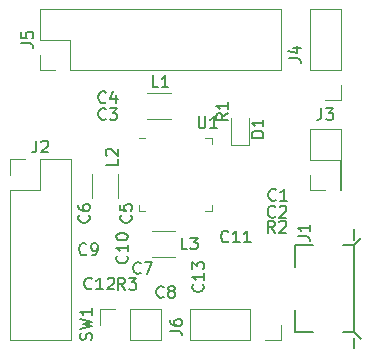
<source format=gbr>
G04 #@! TF.GenerationSoftware,KiCad,Pcbnew,5.1.4+dfsg1-1*
G04 #@! TF.CreationDate,2019-09-03T18:12:52+09:00*
G04 #@! TF.ProjectId,axp192breakout,61787031-3932-4627-9265-616b6f75742e,rev?*
G04 #@! TF.SameCoordinates,Original*
G04 #@! TF.FileFunction,Legend,Top*
G04 #@! TF.FilePolarity,Positive*
%FSLAX46Y46*%
G04 Gerber Fmt 4.6, Leading zero omitted, Abs format (unit mm)*
G04 Created by KiCad (PCBNEW 5.1.4+dfsg1-1) date 2019-09-03 18:12:52*
%MOMM*%
%LPD*%
G04 APERTURE LIST*
%ADD10C,0.120000*%
%ADD11C,0.150000*%
G04 APERTURE END LIST*
D10*
X102930000Y-124460000D02*
X102930000Y-125790000D01*
X102930000Y-125790000D02*
X101600000Y-125790000D01*
X100330000Y-125790000D02*
X95190000Y-125790000D01*
X95190000Y-123130000D02*
X95190000Y-125790000D01*
X100330000Y-123130000D02*
X95190000Y-123130000D01*
X100330000Y-123130000D02*
X100330000Y-125790000D01*
X87570000Y-124460000D02*
X87570000Y-123130000D01*
X87570000Y-123130000D02*
X88900000Y-123130000D01*
X90170000Y-123130000D02*
X92770000Y-123130000D01*
X92770000Y-125790000D02*
X92770000Y-123130000D01*
X90170000Y-125790000D02*
X92770000Y-125790000D01*
X90170000Y-125790000D02*
X90170000Y-123130000D01*
D11*
X109084000Y-125562000D02*
X109084000Y-126412000D01*
X109084000Y-117262000D02*
X109084000Y-116412000D01*
X109084000Y-125112000D02*
X108184000Y-125112000D01*
X109084000Y-117712000D02*
X108184000Y-117712000D01*
X104084000Y-125112000D02*
X105634000Y-125112000D01*
X104084000Y-117712000D02*
X105634000Y-117712000D01*
X104084000Y-119612000D02*
X104084000Y-117712000D01*
X109084000Y-125112000D02*
X109734000Y-125712000D01*
X109084000Y-117712000D02*
X109734000Y-117112000D01*
X104084000Y-123212000D02*
X104084000Y-125112000D01*
X109084000Y-125112000D02*
X109084000Y-117712000D01*
D10*
X91976700Y-118752800D02*
X93976700Y-118752800D01*
X91976700Y-116552800D02*
X93976700Y-116552800D01*
X86911000Y-111750600D02*
X86911000Y-113750600D01*
X89111000Y-111750600D02*
X89111000Y-113750600D01*
X93583000Y-104833240D02*
X91583000Y-104833240D01*
X93583000Y-107033240D02*
X91583000Y-107033240D01*
X79950000Y-110430000D02*
X81280000Y-110430000D01*
X79950000Y-111760000D02*
X79950000Y-110430000D01*
X82550000Y-110430000D02*
X85150000Y-110430000D01*
X82550000Y-113030000D02*
X82550000Y-110430000D01*
X79950000Y-113030000D02*
X82550000Y-113030000D01*
X85150000Y-110430000D02*
X85150000Y-125790000D01*
X79950000Y-113030000D02*
X79950000Y-125790000D01*
X79950000Y-125790000D02*
X85150000Y-125790000D01*
X91420000Y-108650000D02*
X90870000Y-108650000D01*
X97090000Y-114870000D02*
X97090000Y-114320000D01*
X96540000Y-114870000D02*
X97090000Y-114870000D01*
X90870000Y-114870000D02*
X90870000Y-114320000D01*
X91420000Y-114870000D02*
X90870000Y-114870000D01*
X97090000Y-108650000D02*
X97090000Y-109200000D01*
X96540000Y-108650000D02*
X97090000Y-108650000D01*
X82490000Y-102930000D02*
X82490000Y-101600000D01*
X83820000Y-102930000D02*
X82490000Y-102930000D01*
X82490000Y-100330000D02*
X82490000Y-97730000D01*
X85090000Y-100330000D02*
X82490000Y-100330000D01*
X85090000Y-102930000D02*
X85090000Y-100330000D01*
X82490000Y-97730000D02*
X102930000Y-97730000D01*
X85090000Y-102930000D02*
X102930000Y-102930000D01*
X102930000Y-102930000D02*
X102930000Y-97730000D01*
X108010000Y-105470000D02*
X106680000Y-105470000D01*
X108010000Y-104140000D02*
X108010000Y-105470000D01*
X108010000Y-102870000D02*
X105350000Y-102870000D01*
X105350000Y-102870000D02*
X105350000Y-97730000D01*
X108010000Y-102870000D02*
X108010000Y-97730000D01*
X108010000Y-97730000D02*
X105350000Y-97730000D01*
X105350000Y-113090000D02*
X105350000Y-111760000D01*
X106680000Y-113090000D02*
X105350000Y-113090000D01*
X105350000Y-110490000D02*
X105350000Y-107890000D01*
X107950000Y-110490000D02*
X105350000Y-110490000D01*
X107950000Y-113090000D02*
X107950000Y-110490000D01*
X105350000Y-107890000D02*
X108010000Y-107890000D01*
X107950000Y-113090000D02*
X108010000Y-113090000D01*
X108010000Y-113090000D02*
X108010000Y-107890000D01*
X100196320Y-109277520D02*
X100196320Y-106992520D01*
X98726320Y-109277520D02*
X100196320Y-109277520D01*
X98726320Y-106992520D02*
X98726320Y-109277520D01*
D11*
X93533980Y-124996533D02*
X94248266Y-124996533D01*
X94391123Y-125044152D01*
X94486361Y-125139390D01*
X94533980Y-125282247D01*
X94533980Y-125377485D01*
X93533980Y-124091771D02*
X93533980Y-124282247D01*
X93581600Y-124377485D01*
X93629219Y-124425104D01*
X93772076Y-124520342D01*
X93962552Y-124567961D01*
X94343504Y-124567961D01*
X94438742Y-124520342D01*
X94486361Y-124472723D01*
X94533980Y-124377485D01*
X94533980Y-124187009D01*
X94486361Y-124091771D01*
X94438742Y-124044152D01*
X94343504Y-123996533D01*
X94105409Y-123996533D01*
X94010171Y-124044152D01*
X93962552Y-124091771D01*
X93914933Y-124187009D01*
X93914933Y-124377485D01*
X93962552Y-124472723D01*
X94010171Y-124520342D01*
X94105409Y-124567961D01*
X96318342Y-121064257D02*
X96365961Y-121111876D01*
X96413580Y-121254733D01*
X96413580Y-121349971D01*
X96365961Y-121492828D01*
X96270723Y-121588066D01*
X96175485Y-121635685D01*
X95985009Y-121683304D01*
X95842152Y-121683304D01*
X95651676Y-121635685D01*
X95556438Y-121588066D01*
X95461200Y-121492828D01*
X95413580Y-121349971D01*
X95413580Y-121254733D01*
X95461200Y-121111876D01*
X95508819Y-121064257D01*
X96413580Y-120111876D02*
X96413580Y-120683304D01*
X96413580Y-120397590D02*
X95413580Y-120397590D01*
X95556438Y-120492828D01*
X95651676Y-120588066D01*
X95699295Y-120683304D01*
X95413580Y-119778542D02*
X95413580Y-119159495D01*
X95794533Y-119492828D01*
X95794533Y-119349971D01*
X95842152Y-119254733D01*
X95889771Y-119207114D01*
X95985009Y-119159495D01*
X96223104Y-119159495D01*
X96318342Y-119207114D01*
X96365961Y-119254733D01*
X96413580Y-119349971D01*
X96413580Y-119635685D01*
X96365961Y-119730923D01*
X96318342Y-119778542D01*
X86866361Y-125767933D02*
X86913980Y-125625076D01*
X86913980Y-125386980D01*
X86866361Y-125291742D01*
X86818742Y-125244123D01*
X86723504Y-125196504D01*
X86628266Y-125196504D01*
X86533028Y-125244123D01*
X86485409Y-125291742D01*
X86437790Y-125386980D01*
X86390171Y-125577457D01*
X86342552Y-125672695D01*
X86294933Y-125720314D01*
X86199695Y-125767933D01*
X86104457Y-125767933D01*
X86009219Y-125720314D01*
X85961600Y-125672695D01*
X85913980Y-125577457D01*
X85913980Y-125339361D01*
X85961600Y-125196504D01*
X85913980Y-124863171D02*
X86913980Y-124625076D01*
X86199695Y-124434600D01*
X86913980Y-124244123D01*
X85913980Y-124006028D01*
X86913980Y-123101266D02*
X86913980Y-123672695D01*
X86913980Y-123386980D02*
X85913980Y-123386980D01*
X86056838Y-123482219D01*
X86152076Y-123577457D01*
X86199695Y-123672695D01*
X89723933Y-121508780D02*
X89390600Y-121032590D01*
X89152504Y-121508780D02*
X89152504Y-120508780D01*
X89533457Y-120508780D01*
X89628695Y-120556400D01*
X89676314Y-120604019D01*
X89723933Y-120699257D01*
X89723933Y-120842114D01*
X89676314Y-120937352D01*
X89628695Y-120984971D01*
X89533457Y-121032590D01*
X89152504Y-121032590D01*
X90057266Y-120508780D02*
X90676314Y-120508780D01*
X90342980Y-120889733D01*
X90485838Y-120889733D01*
X90581076Y-120937352D01*
X90628695Y-120984971D01*
X90676314Y-121080209D01*
X90676314Y-121318304D01*
X90628695Y-121413542D01*
X90581076Y-121461161D01*
X90485838Y-121508780D01*
X90200123Y-121508780D01*
X90104885Y-121461161D01*
X90057266Y-121413542D01*
X86910942Y-121388142D02*
X86863323Y-121435761D01*
X86720466Y-121483380D01*
X86625228Y-121483380D01*
X86482371Y-121435761D01*
X86387133Y-121340523D01*
X86339514Y-121245285D01*
X86291895Y-121054809D01*
X86291895Y-120911952D01*
X86339514Y-120721476D01*
X86387133Y-120626238D01*
X86482371Y-120531000D01*
X86625228Y-120483380D01*
X86720466Y-120483380D01*
X86863323Y-120531000D01*
X86910942Y-120578619D01*
X87863323Y-121483380D02*
X87291895Y-121483380D01*
X87577609Y-121483380D02*
X87577609Y-120483380D01*
X87482371Y-120626238D01*
X87387133Y-120721476D01*
X87291895Y-120769095D01*
X88244276Y-120578619D02*
X88291895Y-120531000D01*
X88387133Y-120483380D01*
X88625228Y-120483380D01*
X88720466Y-120531000D01*
X88768085Y-120578619D01*
X88815704Y-120673857D01*
X88815704Y-120769095D01*
X88768085Y-120911952D01*
X88196657Y-121483380D01*
X88815704Y-121483380D01*
X98475562Y-117415582D02*
X98427943Y-117463201D01*
X98285086Y-117510820D01*
X98189848Y-117510820D01*
X98046991Y-117463201D01*
X97951753Y-117367963D01*
X97904134Y-117272725D01*
X97856515Y-117082249D01*
X97856515Y-116939392D01*
X97904134Y-116748916D01*
X97951753Y-116653678D01*
X98046991Y-116558440D01*
X98189848Y-116510820D01*
X98285086Y-116510820D01*
X98427943Y-116558440D01*
X98475562Y-116606059D01*
X99427943Y-117510820D02*
X98856515Y-117510820D01*
X99142229Y-117510820D02*
X99142229Y-116510820D01*
X99046991Y-116653678D01*
X98951753Y-116748916D01*
X98856515Y-116796535D01*
X100380324Y-117510820D02*
X99808896Y-117510820D01*
X100094610Y-117510820D02*
X100094610Y-116510820D01*
X99999372Y-116653678D01*
X99904134Y-116748916D01*
X99808896Y-116796535D01*
X89878502Y-118643637D02*
X89926121Y-118691256D01*
X89973740Y-118834113D01*
X89973740Y-118929351D01*
X89926121Y-119072208D01*
X89830883Y-119167446D01*
X89735645Y-119215065D01*
X89545169Y-119262684D01*
X89402312Y-119262684D01*
X89211836Y-119215065D01*
X89116598Y-119167446D01*
X89021360Y-119072208D01*
X88973740Y-118929351D01*
X88973740Y-118834113D01*
X89021360Y-118691256D01*
X89068979Y-118643637D01*
X89973740Y-117691256D02*
X89973740Y-118262684D01*
X89973740Y-117976970D02*
X88973740Y-117976970D01*
X89116598Y-118072208D01*
X89211836Y-118167446D01*
X89259455Y-118262684D01*
X88973740Y-117072208D02*
X88973740Y-116976970D01*
X89021360Y-116881732D01*
X89068979Y-116834113D01*
X89164217Y-116786494D01*
X89354693Y-116738875D01*
X89592788Y-116738875D01*
X89783264Y-116786494D01*
X89878502Y-116834113D01*
X89926121Y-116881732D01*
X89973740Y-116976970D01*
X89973740Y-117072208D01*
X89926121Y-117167446D01*
X89878502Y-117215065D01*
X89783264Y-117262684D01*
X89592788Y-117310303D01*
X89354693Y-117310303D01*
X89164217Y-117262684D01*
X89068979Y-117215065D01*
X89021360Y-117167446D01*
X88973740Y-117072208D01*
X86460033Y-118482382D02*
X86412414Y-118530001D01*
X86269557Y-118577620D01*
X86174319Y-118577620D01*
X86031461Y-118530001D01*
X85936223Y-118434763D01*
X85888604Y-118339525D01*
X85840985Y-118149049D01*
X85840985Y-118006192D01*
X85888604Y-117815716D01*
X85936223Y-117720478D01*
X86031461Y-117625240D01*
X86174319Y-117577620D01*
X86269557Y-117577620D01*
X86412414Y-117625240D01*
X86460033Y-117672859D01*
X86936223Y-118577620D02*
X87126700Y-118577620D01*
X87221938Y-118530001D01*
X87269557Y-118482382D01*
X87364795Y-118339525D01*
X87412414Y-118149049D01*
X87412414Y-117768097D01*
X87364795Y-117672859D01*
X87317176Y-117625240D01*
X87221938Y-117577620D01*
X87031461Y-117577620D01*
X86936223Y-117625240D01*
X86888604Y-117672859D01*
X86840985Y-117768097D01*
X86840985Y-118006192D01*
X86888604Y-118101430D01*
X86936223Y-118149049D01*
X87031461Y-118196668D01*
X87221938Y-118196668D01*
X87317176Y-118149049D01*
X87364795Y-118101430D01*
X87412414Y-118006192D01*
X104354380Y-116995533D02*
X105068666Y-116995533D01*
X105211523Y-117043152D01*
X105306761Y-117138390D01*
X105354380Y-117281247D01*
X105354380Y-117376485D01*
X105354380Y-115995533D02*
X105354380Y-116566961D01*
X105354380Y-116281247D02*
X104354380Y-116281247D01*
X104497238Y-116376485D01*
X104592476Y-116471723D01*
X104640095Y-116566961D01*
X95014753Y-118102640D02*
X94538562Y-118102640D01*
X94538562Y-117102640D01*
X95252848Y-117102640D02*
X95871896Y-117102640D01*
X95538562Y-117483593D01*
X95681420Y-117483593D01*
X95776658Y-117531212D01*
X95824277Y-117578831D01*
X95871896Y-117674069D01*
X95871896Y-117912164D01*
X95824277Y-118007402D01*
X95776658Y-118055021D01*
X95681420Y-118102640D01*
X95395705Y-118102640D01*
X95300467Y-118055021D01*
X95252848Y-118007402D01*
X89098380Y-110440766D02*
X89098380Y-110916957D01*
X88098380Y-110916957D01*
X88193619Y-110155052D02*
X88146000Y-110107433D01*
X88098380Y-110012195D01*
X88098380Y-109774100D01*
X88146000Y-109678861D01*
X88193619Y-109631242D01*
X88288857Y-109583623D01*
X88384095Y-109583623D01*
X88526952Y-109631242D01*
X89098380Y-110202671D01*
X89098380Y-109583623D01*
X92543333Y-104353620D02*
X92067142Y-104353620D01*
X92067142Y-103353620D01*
X93400476Y-104353620D02*
X92829047Y-104353620D01*
X93114761Y-104353620D02*
X93114761Y-103353620D01*
X93019523Y-103496478D01*
X92924285Y-103591716D01*
X92829047Y-103639335D01*
X82216666Y-108882380D02*
X82216666Y-109596666D01*
X82169047Y-109739523D01*
X82073809Y-109834761D01*
X81930952Y-109882380D01*
X81835714Y-109882380D01*
X82645238Y-108977619D02*
X82692857Y-108930000D01*
X82788095Y-108882380D01*
X83026190Y-108882380D01*
X83121428Y-108930000D01*
X83169047Y-108977619D01*
X83216666Y-109072857D01*
X83216666Y-109168095D01*
X83169047Y-109310952D01*
X82597619Y-109882380D01*
X83216666Y-109882380D01*
X95948595Y-106830880D02*
X95948595Y-107640404D01*
X95996214Y-107735642D01*
X96043833Y-107783261D01*
X96139071Y-107830880D01*
X96329547Y-107830880D01*
X96424785Y-107783261D01*
X96472404Y-107735642D01*
X96520023Y-107640404D01*
X96520023Y-106830880D01*
X97520023Y-107830880D02*
X96948595Y-107830880D01*
X97234309Y-107830880D02*
X97234309Y-106830880D01*
X97139071Y-106973738D01*
X97043833Y-107068976D01*
X96948595Y-107116595D01*
X102423933Y-116675160D02*
X102090600Y-116198970D01*
X101852504Y-116675160D02*
X101852504Y-115675160D01*
X102233457Y-115675160D01*
X102328695Y-115722780D01*
X102376314Y-115770399D01*
X102423933Y-115865637D01*
X102423933Y-116008494D01*
X102376314Y-116103732D01*
X102328695Y-116151351D01*
X102233457Y-116198970D01*
X101852504Y-116198970D01*
X102804885Y-115770399D02*
X102852504Y-115722780D01*
X102947742Y-115675160D01*
X103185838Y-115675160D01*
X103281076Y-115722780D01*
X103328695Y-115770399D01*
X103376314Y-115865637D01*
X103376314Y-115960875D01*
X103328695Y-116103732D01*
X102757266Y-116675160D01*
X103376314Y-116675160D01*
X98440500Y-106582506D02*
X97964310Y-106915840D01*
X98440500Y-107153935D02*
X97440500Y-107153935D01*
X97440500Y-106772982D01*
X97488120Y-106677744D01*
X97535739Y-106630125D01*
X97630977Y-106582506D01*
X97773834Y-106582506D01*
X97869072Y-106630125D01*
X97916691Y-106677744D01*
X97964310Y-106772982D01*
X97964310Y-107153935D01*
X98440500Y-105630125D02*
X98440500Y-106201554D01*
X98440500Y-105915840D02*
X97440500Y-105915840D01*
X97583358Y-106011078D01*
X97678596Y-106106316D01*
X97726215Y-106201554D01*
X80942380Y-100663333D02*
X81656666Y-100663333D01*
X81799523Y-100710952D01*
X81894761Y-100806190D01*
X81942380Y-100949047D01*
X81942380Y-101044285D01*
X80942380Y-99710952D02*
X80942380Y-100187142D01*
X81418571Y-100234761D01*
X81370952Y-100187142D01*
X81323333Y-100091904D01*
X81323333Y-99853809D01*
X81370952Y-99758571D01*
X81418571Y-99710952D01*
X81513809Y-99663333D01*
X81751904Y-99663333D01*
X81847142Y-99710952D01*
X81894761Y-99758571D01*
X81942380Y-99853809D01*
X81942380Y-100091904D01*
X81894761Y-100187142D01*
X81847142Y-100234761D01*
X103594920Y-101930793D02*
X104309206Y-101930793D01*
X104452063Y-101978412D01*
X104547301Y-102073650D01*
X104594920Y-102216507D01*
X104594920Y-102311745D01*
X103928254Y-101026031D02*
X104594920Y-101026031D01*
X103547301Y-101264126D02*
X104261587Y-101502221D01*
X104261587Y-100883174D01*
X106346666Y-106132380D02*
X106346666Y-106846666D01*
X106299047Y-106989523D01*
X106203809Y-107084761D01*
X106060952Y-107132380D01*
X105965714Y-107132380D01*
X106727619Y-106132380D02*
X107346666Y-106132380D01*
X107013333Y-106513333D01*
X107156190Y-106513333D01*
X107251428Y-106560952D01*
X107299047Y-106608571D01*
X107346666Y-106703809D01*
X107346666Y-106941904D01*
X107299047Y-107037142D01*
X107251428Y-107084761D01*
X107156190Y-107132380D01*
X106870476Y-107132380D01*
X106775238Y-107084761D01*
X106727619Y-107037142D01*
X101445320Y-108634755D02*
X100445320Y-108634755D01*
X100445320Y-108396660D01*
X100492940Y-108253802D01*
X100588178Y-108158564D01*
X100683416Y-108110945D01*
X100873892Y-108063326D01*
X101016749Y-108063326D01*
X101207225Y-108110945D01*
X101302463Y-108158564D01*
X101397701Y-108253802D01*
X101445320Y-108396660D01*
X101445320Y-108634755D01*
X101445320Y-107110945D02*
X101445320Y-107682374D01*
X101445320Y-107396660D02*
X100445320Y-107396660D01*
X100588178Y-107491898D01*
X100683416Y-107587136D01*
X100731035Y-107682374D01*
X93000533Y-122099342D02*
X92952914Y-122146961D01*
X92810057Y-122194580D01*
X92714819Y-122194580D01*
X92571961Y-122146961D01*
X92476723Y-122051723D01*
X92429104Y-121956485D01*
X92381485Y-121766009D01*
X92381485Y-121623152D01*
X92429104Y-121432676D01*
X92476723Y-121337438D01*
X92571961Y-121242200D01*
X92714819Y-121194580D01*
X92810057Y-121194580D01*
X92952914Y-121242200D01*
X93000533Y-121289819D01*
X93571961Y-121623152D02*
X93476723Y-121575533D01*
X93429104Y-121527914D01*
X93381485Y-121432676D01*
X93381485Y-121385057D01*
X93429104Y-121289819D01*
X93476723Y-121242200D01*
X93571961Y-121194580D01*
X93762438Y-121194580D01*
X93857676Y-121242200D01*
X93905295Y-121289819D01*
X93952914Y-121385057D01*
X93952914Y-121432676D01*
X93905295Y-121527914D01*
X93857676Y-121575533D01*
X93762438Y-121623152D01*
X93571961Y-121623152D01*
X93476723Y-121670771D01*
X93429104Y-121718390D01*
X93381485Y-121813628D01*
X93381485Y-122004104D01*
X93429104Y-122099342D01*
X93476723Y-122146961D01*
X93571961Y-122194580D01*
X93762438Y-122194580D01*
X93857676Y-122146961D01*
X93905295Y-122099342D01*
X93952914Y-122004104D01*
X93952914Y-121813628D01*
X93905295Y-121718390D01*
X93857676Y-121670771D01*
X93762438Y-121623152D01*
X91044733Y-120067342D02*
X90997114Y-120114961D01*
X90854257Y-120162580D01*
X90759019Y-120162580D01*
X90616161Y-120114961D01*
X90520923Y-120019723D01*
X90473304Y-119924485D01*
X90425685Y-119734009D01*
X90425685Y-119591152D01*
X90473304Y-119400676D01*
X90520923Y-119305438D01*
X90616161Y-119210200D01*
X90759019Y-119162580D01*
X90854257Y-119162580D01*
X90997114Y-119210200D01*
X91044733Y-119257819D01*
X91378066Y-119162580D02*
X92044733Y-119162580D01*
X91616161Y-120162580D01*
X86671242Y-115203266D02*
X86718861Y-115250885D01*
X86766480Y-115393742D01*
X86766480Y-115488980D01*
X86718861Y-115631838D01*
X86623623Y-115727076D01*
X86528385Y-115774695D01*
X86337909Y-115822314D01*
X86195052Y-115822314D01*
X86004576Y-115774695D01*
X85909338Y-115727076D01*
X85814100Y-115631838D01*
X85766480Y-115488980D01*
X85766480Y-115393742D01*
X85814100Y-115250885D01*
X85861719Y-115203266D01*
X85766480Y-114346123D02*
X85766480Y-114536600D01*
X85814100Y-114631838D01*
X85861719Y-114679457D01*
X86004576Y-114774695D01*
X86195052Y-114822314D01*
X86576004Y-114822314D01*
X86671242Y-114774695D01*
X86718861Y-114727076D01*
X86766480Y-114631838D01*
X86766480Y-114441361D01*
X86718861Y-114346123D01*
X86671242Y-114298504D01*
X86576004Y-114250885D01*
X86337909Y-114250885D01*
X86242671Y-114298504D01*
X86195052Y-114346123D01*
X86147433Y-114441361D01*
X86147433Y-114631838D01*
X86195052Y-114727076D01*
X86242671Y-114774695D01*
X86337909Y-114822314D01*
X90201542Y-115203266D02*
X90249161Y-115250885D01*
X90296780Y-115393742D01*
X90296780Y-115488980D01*
X90249161Y-115631838D01*
X90153923Y-115727076D01*
X90058685Y-115774695D01*
X89868209Y-115822314D01*
X89725352Y-115822314D01*
X89534876Y-115774695D01*
X89439638Y-115727076D01*
X89344400Y-115631838D01*
X89296780Y-115488980D01*
X89296780Y-115393742D01*
X89344400Y-115250885D01*
X89392019Y-115203266D01*
X89296780Y-114298504D02*
X89296780Y-114774695D01*
X89772971Y-114822314D01*
X89725352Y-114774695D01*
X89677733Y-114679457D01*
X89677733Y-114441361D01*
X89725352Y-114346123D01*
X89772971Y-114298504D01*
X89868209Y-114250885D01*
X90106304Y-114250885D01*
X90201542Y-114298504D01*
X90249161Y-114346123D01*
X90296780Y-114441361D01*
X90296780Y-114679457D01*
X90249161Y-114774695D01*
X90201542Y-114822314D01*
X88098333Y-105629982D02*
X88050714Y-105677601D01*
X87907857Y-105725220D01*
X87812619Y-105725220D01*
X87669761Y-105677601D01*
X87574523Y-105582363D01*
X87526904Y-105487125D01*
X87479285Y-105296649D01*
X87479285Y-105153792D01*
X87526904Y-104963316D01*
X87574523Y-104868078D01*
X87669761Y-104772840D01*
X87812619Y-104725220D01*
X87907857Y-104725220D01*
X88050714Y-104772840D01*
X88098333Y-104820459D01*
X88955476Y-105058554D02*
X88955476Y-105725220D01*
X88717380Y-104677601D02*
X88479285Y-105391887D01*
X89098333Y-105391887D01*
X88098333Y-107037142D02*
X88050714Y-107084761D01*
X87907857Y-107132380D01*
X87812619Y-107132380D01*
X87669761Y-107084761D01*
X87574523Y-106989523D01*
X87526904Y-106894285D01*
X87479285Y-106703809D01*
X87479285Y-106560952D01*
X87526904Y-106370476D01*
X87574523Y-106275238D01*
X87669761Y-106180000D01*
X87812619Y-106132380D01*
X87907857Y-106132380D01*
X88050714Y-106180000D01*
X88098333Y-106227619D01*
X88431666Y-106132380D02*
X89050714Y-106132380D01*
X88717380Y-106513333D01*
X88860238Y-106513333D01*
X88955476Y-106560952D01*
X89003095Y-106608571D01*
X89050714Y-106703809D01*
X89050714Y-106941904D01*
X89003095Y-107037142D01*
X88955476Y-107084761D01*
X88860238Y-107132380D01*
X88574523Y-107132380D01*
X88479285Y-107084761D01*
X88431666Y-107037142D01*
X102434093Y-115309922D02*
X102386474Y-115357541D01*
X102243617Y-115405160D01*
X102148379Y-115405160D01*
X102005521Y-115357541D01*
X101910283Y-115262303D01*
X101862664Y-115167065D01*
X101815045Y-114976589D01*
X101815045Y-114833732D01*
X101862664Y-114643256D01*
X101910283Y-114548018D01*
X102005521Y-114452780D01*
X102148379Y-114405160D01*
X102243617Y-114405160D01*
X102386474Y-114452780D01*
X102434093Y-114500399D01*
X102815045Y-114500399D02*
X102862664Y-114452780D01*
X102957902Y-114405160D01*
X103195998Y-114405160D01*
X103291236Y-114452780D01*
X103338855Y-114500399D01*
X103386474Y-114595637D01*
X103386474Y-114690875D01*
X103338855Y-114833732D01*
X102767426Y-115405160D01*
X103386474Y-115405160D01*
X102492513Y-113877362D02*
X102444894Y-113924981D01*
X102302037Y-113972600D01*
X102206799Y-113972600D01*
X102063941Y-113924981D01*
X101968703Y-113829743D01*
X101921084Y-113734505D01*
X101873465Y-113544029D01*
X101873465Y-113401172D01*
X101921084Y-113210696D01*
X101968703Y-113115458D01*
X102063941Y-113020220D01*
X102206799Y-112972600D01*
X102302037Y-112972600D01*
X102444894Y-113020220D01*
X102492513Y-113067839D01*
X103444894Y-113972600D02*
X102873465Y-113972600D01*
X103159180Y-113972600D02*
X103159180Y-112972600D01*
X103063941Y-113115458D01*
X102968703Y-113210696D01*
X102873465Y-113258315D01*
M02*

</source>
